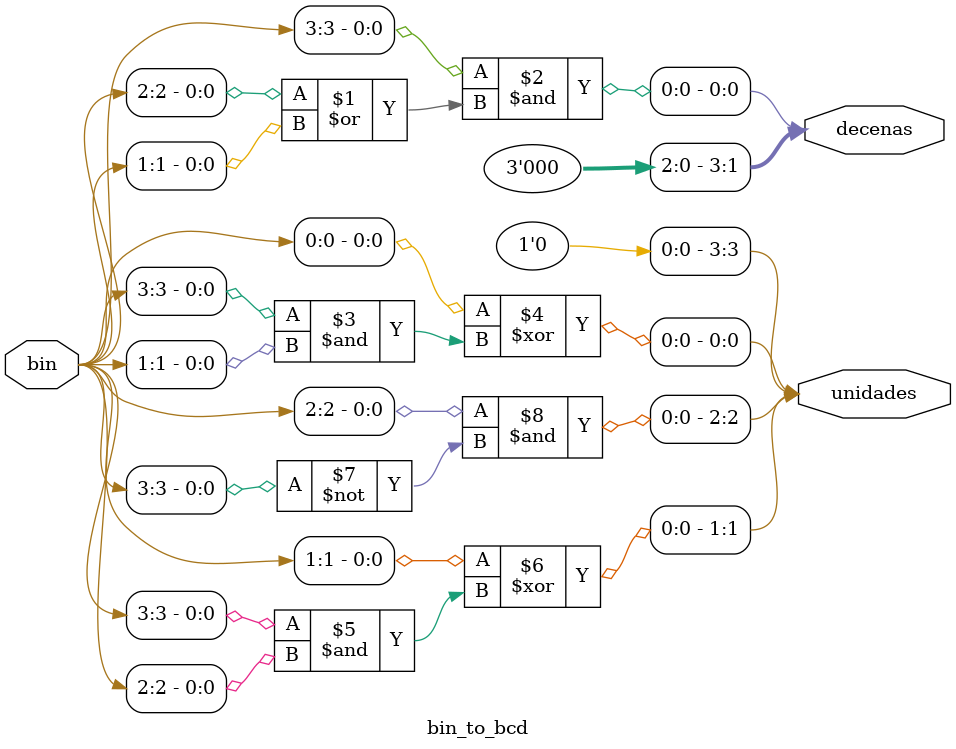
<source format=sv>
module bin_to_bcd(
	input  logic [3:0] bin, //entrada binaria 4 bits =>se ingresa con los switches
	output logic [3:0] decenas, // Salida BCD primer digito (decenas)4 bits
	output logic [3:0] unidades //Salida BCD segundo digito (unidades) 4 bits
);
    //----Conversion de binario a BCD----//
    //-------------Ecuaciones------------//
  
    //Para los del primer digito decenas
	 assign decenas[0] = bin[3] & (bin[2] | bin[1]);
    assign decenas[1] = 0;
    assign decenas[2] = 0;
    assign decenas[3] = 0;
	 
	 //Para los del segundo digito unidades

    assign unidades[0] = bin[0] ^ (bin[3] & bin[1]);
    assign unidades[1] = bin[1] ^ (bin[3] & bin[2]);
    assign unidades[2] = bin[2] & ~bin[3];
    assign unidades[3] = 0;
endmodule
</source>
